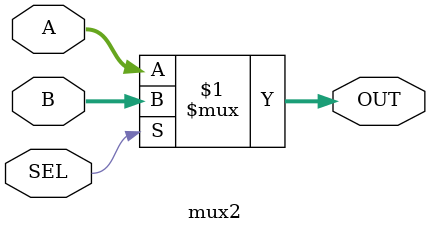
<source format=v>
`timescale 1ns / 1ps


module mux2(A,B,SEL,OUT);
    input  [31:0] A,B;
    input  SEL;
    output [31:0] OUT;
    assign OUT = SEL?B:A;//Çë²¹³äÍêÕû
endmodule

</source>
